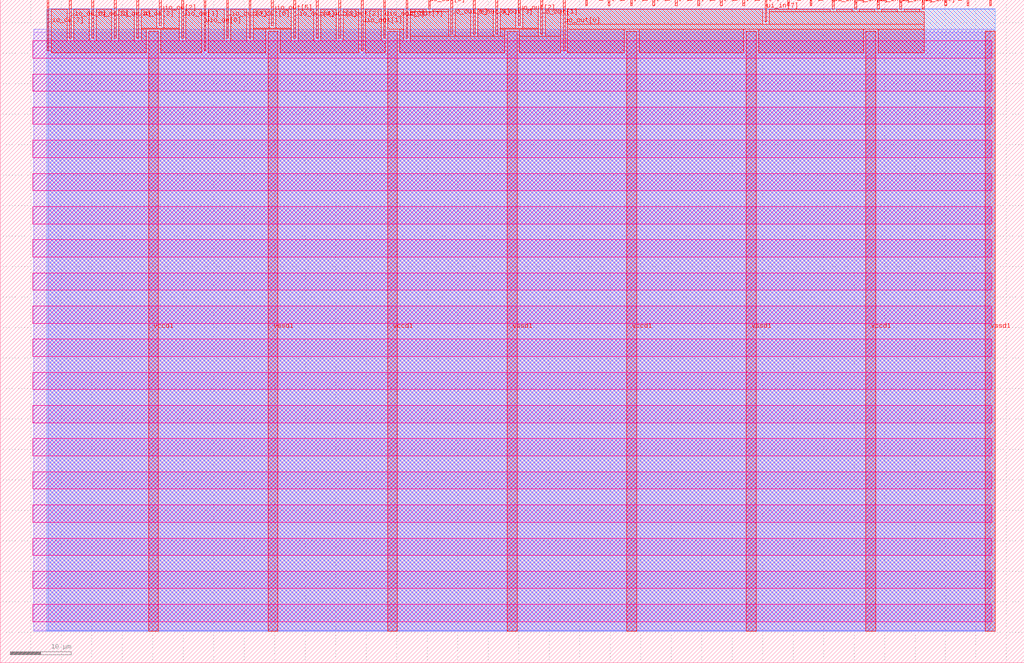
<source format=lef>
VERSION 5.7 ;
  NOWIREEXTENSIONATPIN ON ;
  DIVIDERCHAR "/" ;
  BUSBITCHARS "[]" ;
MACRO tt_um_wokwi_347417602591556180
  CLASS BLOCK ;
  FOREIGN tt_um_wokwi_347417602591556180 ;
  ORIGIN 0.000 0.000 ;
  SIZE 167.900 BY 108.800 ;
  PIN clk
    DIRECTION INPUT ;
    USE SIGNAL ;
    PORT
      LAYER met4 ;
        RECT 158.550 107.800 158.850 108.800 ;
    END
  END clk
  PIN ena
    DIRECTION INPUT ;
    USE SIGNAL ;
    PORT
      LAYER met4 ;
        RECT 162.230 107.800 162.530 108.800 ;
    END
  END ena
  PIN rst_n
    DIRECTION INPUT ;
    USE SIGNAL ;
    PORT
      LAYER met4 ;
        RECT 154.870 107.800 155.170 108.800 ;
    END
  END rst_n
  PIN ui_in[0]
    DIRECTION INPUT ;
    USE SIGNAL ;
    PORT
      LAYER met4 ;
        RECT 151.190 107.260 151.490 108.800 ;
    END
  END ui_in[0]
  PIN ui_in[1]
    DIRECTION INPUT ;
    USE SIGNAL ;
    PORT
      LAYER met4 ;
        RECT 147.510 107.260 147.810 108.800 ;
    END
  END ui_in[1]
  PIN ui_in[2]
    DIRECTION INPUT ;
    USE SIGNAL ;
    PORT
      LAYER met4 ;
        RECT 143.830 107.260 144.130 108.800 ;
    END
  END ui_in[2]
  PIN ui_in[3]
    DIRECTION INPUT ;
    USE SIGNAL ;
    PORT
      LAYER met4 ;
        RECT 140.150 107.260 140.450 108.800 ;
    END
  END ui_in[3]
  PIN ui_in[4]
    DIRECTION INPUT ;
    USE SIGNAL ;
    PORT
      LAYER met4 ;
        RECT 136.470 107.260 136.770 108.800 ;
    END
  END ui_in[4]
  PIN ui_in[5]
    DIRECTION INPUT ;
    USE SIGNAL ;
    PORT
      LAYER met4 ;
        RECT 132.790 107.800 133.090 108.800 ;
    END
  END ui_in[5]
  PIN ui_in[6]
    DIRECTION INPUT ;
    USE SIGNAL ;
    PORT
      LAYER met4 ;
        RECT 129.110 107.800 129.410 108.800 ;
    END
  END ui_in[6]
  PIN ui_in[7]
    DIRECTION INPUT ;
    USE SIGNAL ;
    PORT
      LAYER met4 ;
        RECT 125.430 105.220 125.730 108.800 ;
    END
  END ui_in[7]
  PIN uio_in[0]
    DIRECTION INPUT ;
    USE SIGNAL ;
    PORT
      LAYER met4 ;
        RECT 121.750 107.800 122.050 108.800 ;
    END
  END uio_in[0]
  PIN uio_in[1]
    DIRECTION INPUT ;
    USE SIGNAL ;
    PORT
      LAYER met4 ;
        RECT 118.070 107.800 118.370 108.800 ;
    END
  END uio_in[1]
  PIN uio_in[2]
    DIRECTION INPUT ;
    USE SIGNAL ;
    PORT
      LAYER met4 ;
        RECT 114.390 107.800 114.690 108.800 ;
    END
  END uio_in[2]
  PIN uio_in[3]
    DIRECTION INPUT ;
    USE SIGNAL ;
    PORT
      LAYER met4 ;
        RECT 110.710 107.800 111.010 108.800 ;
    END
  END uio_in[3]
  PIN uio_in[4]
    DIRECTION INPUT ;
    USE SIGNAL ;
    PORT
      LAYER met4 ;
        RECT 107.030 107.800 107.330 108.800 ;
    END
  END uio_in[4]
  PIN uio_in[5]
    DIRECTION INPUT ;
    USE SIGNAL ;
    PORT
      LAYER met4 ;
        RECT 103.350 107.800 103.650 108.800 ;
    END
  END uio_in[5]
  PIN uio_in[6]
    DIRECTION INPUT ;
    USE SIGNAL ;
    PORT
      LAYER met4 ;
        RECT 99.670 107.800 99.970 108.800 ;
    END
  END uio_in[6]
  PIN uio_in[7]
    DIRECTION INPUT ;
    USE SIGNAL ;
    PORT
      LAYER met4 ;
        RECT 95.990 107.800 96.290 108.800 ;
    END
  END uio_in[7]
  PIN uio_oe[0]
    DIRECTION OUTPUT TRISTATE ;
    USE SIGNAL ;
    PORT
      LAYER met4 ;
        RECT 33.430 100.460 33.730 108.800 ;
    END
  END uio_oe[0]
  PIN uio_oe[1]
    DIRECTION OUTPUT TRISTATE ;
    USE SIGNAL ;
    PORT
      LAYER met4 ;
        RECT 29.750 102.500 30.050 108.800 ;
    END
  END uio_oe[1]
  PIN uio_oe[2]
    DIRECTION OUTPUT TRISTATE ;
    USE SIGNAL ;
    PORT
      LAYER met4 ;
        RECT 26.070 104.540 26.370 108.800 ;
    END
  END uio_oe[2]
  PIN uio_oe[3]
    DIRECTION OUTPUT TRISTATE ;
    USE SIGNAL ;
    PORT
      LAYER met4 ;
        RECT 22.390 102.500 22.690 108.800 ;
    END
  END uio_oe[3]
  PIN uio_oe[4]
    DIRECTION OUTPUT TRISTATE ;
    USE SIGNAL ;
    PORT
      LAYER met4 ;
        RECT 18.710 102.500 19.010 108.800 ;
    END
  END uio_oe[4]
  PIN uio_oe[5]
    DIRECTION OUTPUT TRISTATE ;
    USE SIGNAL ;
    PORT
      LAYER met4 ;
        RECT 15.030 102.500 15.330 108.800 ;
    END
  END uio_oe[5]
  PIN uio_oe[6]
    DIRECTION OUTPUT TRISTATE ;
    USE SIGNAL ;
    PORT
      LAYER met4 ;
        RECT 11.350 102.500 11.650 108.800 ;
    END
  END uio_oe[6]
  PIN uio_oe[7]
    DIRECTION OUTPUT TRISTATE ;
    USE SIGNAL ;
    PORT
      LAYER met4 ;
        RECT 7.670 100.460 7.970 108.800 ;
    END
  END uio_oe[7]
  PIN uio_out[0]
    DIRECTION OUTPUT TRISTATE ;
    USE SIGNAL ;
    PORT
      LAYER met4 ;
        RECT 62.870 102.500 63.170 108.800 ;
    END
  END uio_out[0]
  PIN uio_out[1]
    DIRECTION OUTPUT TRISTATE ;
    USE SIGNAL ;
    PORT
      LAYER met4 ;
        RECT 59.190 100.460 59.490 108.800 ;
    END
  END uio_out[1]
  PIN uio_out[2]
    DIRECTION OUTPUT TRISTATE ;
    USE SIGNAL ;
    PORT
      LAYER met4 ;
        RECT 55.510 102.500 55.810 108.800 ;
    END
  END uio_out[2]
  PIN uio_out[3]
    DIRECTION OUTPUT TRISTATE ;
    USE SIGNAL ;
    PORT
      LAYER met4 ;
        RECT 51.830 102.500 52.130 108.800 ;
    END
  END uio_out[3]
  PIN uio_out[4]
    DIRECTION OUTPUT TRISTATE ;
    USE SIGNAL ;
    PORT
      LAYER met4 ;
        RECT 48.150 102.500 48.450 108.800 ;
    END
  END uio_out[4]
  PIN uio_out[5]
    DIRECTION OUTPUT TRISTATE ;
    USE SIGNAL ;
    PORT
      LAYER met4 ;
        RECT 44.470 104.540 44.770 108.800 ;
    END
  END uio_out[5]
  PIN uio_out[6]
    DIRECTION OUTPUT TRISTATE ;
    USE SIGNAL ;
    PORT
      LAYER met4 ;
        RECT 40.790 102.500 41.090 108.800 ;
    END
  END uio_out[6]
  PIN uio_out[7]
    DIRECTION OUTPUT TRISTATE ;
    USE SIGNAL ;
    PORT
      LAYER met4 ;
        RECT 37.110 102.500 37.410 108.800 ;
    END
  END uio_out[7]
  PIN uo_out[0]
    DIRECTION OUTPUT TRISTATE ;
    USE SIGNAL ;
    PORT
      LAYER met4 ;
        RECT 92.310 100.460 92.610 108.800 ;
    END
  END uo_out[0]
  PIN uo_out[1]
    DIRECTION OUTPUT TRISTATE ;
    USE SIGNAL ;
    PORT
      LAYER met4 ;
        RECT 88.630 103.180 88.930 108.800 ;
    END
  END uo_out[1]
  PIN uo_out[2]
    DIRECTION OUTPUT TRISTATE ;
    USE SIGNAL ;
    PORT
      LAYER met4 ;
        RECT 84.950 104.540 85.250 108.800 ;
    END
  END uo_out[2]
  PIN uo_out[3]
    DIRECTION OUTPUT TRISTATE ;
    USE SIGNAL ;
    PORT
      LAYER met4 ;
        RECT 81.270 103.180 81.570 108.800 ;
    END
  END uo_out[3]
  PIN uo_out[4]
    DIRECTION OUTPUT TRISTATE ;
    USE SIGNAL ;
    PORT
      LAYER met4 ;
        RECT 77.590 103.180 77.890 108.800 ;
    END
  END uo_out[4]
  PIN uo_out[5]
    DIRECTION OUTPUT TRISTATE ;
    USE SIGNAL ;
    PORT
      LAYER met4 ;
        RECT 73.910 103.180 74.210 108.800 ;
    END
  END uo_out[5]
  PIN uo_out[6]
    DIRECTION OUTPUT TRISTATE ;
    USE SIGNAL ;
    PORT
      LAYER met4 ;
        RECT 70.230 107.260 70.530 108.800 ;
    END
  END uo_out[6]
  PIN uo_out[7]
    DIRECTION OUTPUT TRISTATE ;
    USE SIGNAL ;
    PORT
      LAYER met4 ;
        RECT 66.550 102.500 66.850 108.800 ;
    END
  END uo_out[7]
  PIN vccd1
    DIRECTION INOUT ;
    USE POWER ;
    PORT
      LAYER met4 ;
        RECT 24.325 5.200 25.925 103.600 ;
    END
    PORT
      LAYER met4 ;
        RECT 63.535 5.200 65.135 103.600 ;
    END
    PORT
      LAYER met4 ;
        RECT 102.745 5.200 104.345 103.600 ;
    END
    PORT
      LAYER met4 ;
        RECT 141.955 5.200 143.555 103.600 ;
    END
  END vccd1
  PIN vssd1
    DIRECTION INOUT ;
    USE GROUND ;
    PORT
      LAYER met4 ;
        RECT 43.930 5.200 45.530 103.600 ;
    END
    PORT
      LAYER met4 ;
        RECT 83.140 5.200 84.740 103.600 ;
    END
    PORT
      LAYER met4 ;
        RECT 122.350 5.200 123.950 103.600 ;
    END
    PORT
      LAYER met4 ;
        RECT 161.560 5.200 163.160 103.600 ;
    END
  END vssd1
  OBS
      LAYER nwell ;
        RECT 5.330 99.225 162.570 102.055 ;
        RECT 5.330 93.785 162.570 96.615 ;
        RECT 5.330 88.345 162.570 91.175 ;
        RECT 5.330 82.905 162.570 85.735 ;
        RECT 5.330 77.465 162.570 80.295 ;
        RECT 5.330 72.025 162.570 74.855 ;
        RECT 5.330 66.585 162.570 69.415 ;
        RECT 5.330 61.145 162.570 63.975 ;
        RECT 5.330 55.705 162.570 58.535 ;
        RECT 5.330 50.265 162.570 53.095 ;
        RECT 5.330 44.825 162.570 47.655 ;
        RECT 5.330 39.385 162.570 42.215 ;
        RECT 5.330 33.945 162.570 36.775 ;
        RECT 5.330 28.505 162.570 31.335 ;
        RECT 5.330 23.065 162.570 25.895 ;
        RECT 5.330 17.625 162.570 20.455 ;
        RECT 5.330 12.185 162.570 15.015 ;
        RECT 5.330 6.745 162.570 9.575 ;
      LAYER li1 ;
        RECT 5.520 5.355 162.380 103.445 ;
      LAYER met1 ;
        RECT 5.520 5.200 163.160 104.000 ;
      LAYER met2 ;
        RECT 7.910 5.255 163.130 107.285 ;
      LAYER met3 ;
        RECT 7.630 5.275 163.150 107.265 ;
      LAYER met4 ;
        RECT 8.370 102.100 10.950 107.265 ;
        RECT 12.050 102.100 14.630 107.265 ;
        RECT 15.730 102.100 18.310 107.265 ;
        RECT 19.410 102.100 21.990 107.265 ;
        RECT 23.090 104.140 25.670 107.265 ;
        RECT 26.770 104.140 29.350 107.265 ;
        RECT 23.090 104.000 29.350 104.140 ;
        RECT 23.090 102.100 23.925 104.000 ;
        RECT 8.370 100.135 23.925 102.100 ;
        RECT 26.325 102.100 29.350 104.000 ;
        RECT 30.450 102.100 33.030 107.265 ;
        RECT 26.325 100.135 33.030 102.100 ;
        RECT 34.130 102.100 36.710 107.265 ;
        RECT 37.810 102.100 40.390 107.265 ;
        RECT 41.490 104.140 44.070 107.265 ;
        RECT 45.170 104.140 47.750 107.265 ;
        RECT 41.490 104.000 47.750 104.140 ;
        RECT 41.490 102.100 43.530 104.000 ;
        RECT 34.130 100.135 43.530 102.100 ;
        RECT 45.930 102.100 47.750 104.000 ;
        RECT 48.850 102.100 51.430 107.265 ;
        RECT 52.530 102.100 55.110 107.265 ;
        RECT 56.210 102.100 58.790 107.265 ;
        RECT 45.930 100.135 58.790 102.100 ;
        RECT 59.890 102.100 62.470 107.265 ;
        RECT 63.570 104.000 66.150 107.265 ;
        RECT 65.535 102.100 66.150 104.000 ;
        RECT 67.250 106.860 69.830 107.265 ;
        RECT 70.930 106.860 73.510 107.265 ;
        RECT 67.250 102.780 73.510 106.860 ;
        RECT 74.610 102.780 77.190 107.265 ;
        RECT 78.290 102.780 80.870 107.265 ;
        RECT 81.970 104.140 84.550 107.265 ;
        RECT 85.650 104.140 88.230 107.265 ;
        RECT 81.970 104.000 88.230 104.140 ;
        RECT 81.970 102.780 82.740 104.000 ;
        RECT 67.250 102.100 82.740 102.780 ;
        RECT 59.890 100.135 63.135 102.100 ;
        RECT 65.535 100.135 82.740 102.100 ;
        RECT 85.140 102.780 88.230 104.000 ;
        RECT 89.330 102.780 91.910 107.265 ;
        RECT 85.140 100.135 91.910 102.780 ;
        RECT 93.010 104.820 125.030 107.265 ;
        RECT 126.130 106.860 136.070 107.265 ;
        RECT 137.170 106.860 139.750 107.265 ;
        RECT 140.850 106.860 143.430 107.265 ;
        RECT 144.530 106.860 147.110 107.265 ;
        RECT 148.210 106.860 150.790 107.265 ;
        RECT 126.130 104.820 151.505 106.860 ;
        RECT 93.010 104.000 151.505 104.820 ;
        RECT 93.010 100.135 102.345 104.000 ;
        RECT 104.745 100.135 121.950 104.000 ;
        RECT 124.350 100.135 141.555 104.000 ;
        RECT 143.955 100.135 151.505 104.000 ;
  END
END tt_um_wokwi_347417602591556180
END LIBRARY


</source>
